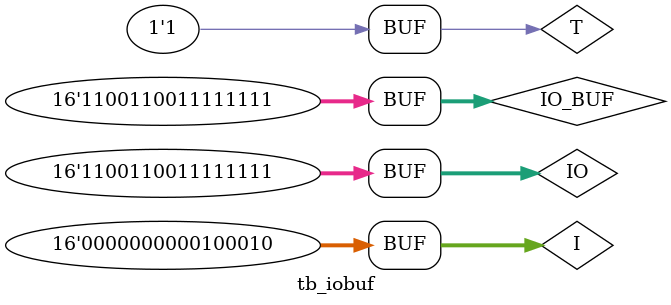
<source format=v>
`timescale 1ns / 1ps


module tb_iobuf;

	// Inputs
	reg [15:0] I;
	reg T;

	// Outputs
	wire [15:0] O;

	// Bidirs
	wire [15:0] IO;
	reg [15:0] IO_BUF;
	// Instantiate the Unit Under Test (UUT)
	io_buf uut (
		.IO(IO), 
		.O(O), 
		.I(I), 
		.T(T)
	);
	
	assign IO = IO_BUF;
	
	initial begin
		// Initialize Inputs
		I = 0;
		T = 1;
		IO_BUF = 16'hAABB;
		
		#20;
		I = 16'h4433;
		T = 0;
		IO_BUF = 16'hzzzz;
		
		#20;
		I = 16'h0022;
		T = 0;
		IO_BUF = 16'hzzzz;
		
		#20;
		T = 1;
		IO_BUF = 16'hCCFF;
		// Wait 100 ns for global reset to finish
		#100;
        
		// Add stimulus here

	end
      
endmodule


</source>
